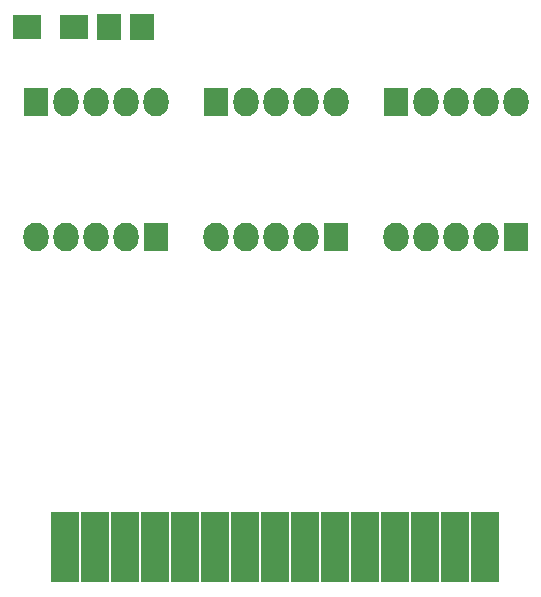
<source format=gts>
%TF.GenerationSoftware,KiCad,Pcbnew,4.0.2+dfsg1-stable*%
%TF.CreationDate,2019-04-14T23:19:02+02:00*%
%TF.ProjectId,CART-Breakout,434152542D427265616B6F75742E6B69,rev?*%
%TF.FileFunction,Soldermask,Top*%
%FSLAX46Y46*%
G04 Gerber Fmt 4.6, Leading zero omitted, Abs format (unit mm)*
G04 Created by KiCad (PCBNEW 4.0.2+dfsg1-stable) date Sun 14 Apr 2019 23:19:02 CEST*
%MOMM*%
G01*
G04 APERTURE LIST*
%ADD10C,0.100000*%
%ADD11R,2.330400X5.988000*%
%ADD12R,1.997660X2.200860*%
%ADD13R,2.127200X2.432000*%
%ADD14O,2.127200X2.432000*%
%ADD15R,2.400000X2.100000*%
G04 APERTURE END LIST*
D10*
D11*
X168830000Y-115152000D03*
X166290000Y-115152000D03*
X163750000Y-115152000D03*
X161210000Y-115152000D03*
X158670000Y-115152000D03*
X156130000Y-115152000D03*
X153590000Y-115152000D03*
X151050000Y-115152000D03*
X148510000Y-115152000D03*
X145970000Y-115152000D03*
X143430000Y-115152000D03*
X140890000Y-115152000D03*
X138350000Y-115152000D03*
X135810000Y-115152000D03*
X133270000Y-115152000D03*
D12*
X137010140Y-71120000D03*
X139849860Y-71120000D03*
D13*
X161290000Y-77470000D03*
D14*
X163830000Y-77470000D03*
X166370000Y-77470000D03*
X168910000Y-77470000D03*
X171450000Y-77470000D03*
D13*
X146050000Y-77470000D03*
D14*
X148590000Y-77470000D03*
X151130000Y-77470000D03*
X153670000Y-77470000D03*
X156210000Y-77470000D03*
D13*
X130810000Y-77470000D03*
D14*
X133350000Y-77470000D03*
X135890000Y-77470000D03*
X138430000Y-77470000D03*
X140970000Y-77470000D03*
D13*
X140970000Y-88900000D03*
D14*
X138430000Y-88900000D03*
X135890000Y-88900000D03*
X133350000Y-88900000D03*
X130810000Y-88900000D03*
D13*
X156210000Y-88900000D03*
D14*
X153670000Y-88900000D03*
X151130000Y-88900000D03*
X148590000Y-88900000D03*
X146050000Y-88900000D03*
D13*
X171450000Y-88900000D03*
D14*
X168910000Y-88900000D03*
X166370000Y-88900000D03*
X163830000Y-88900000D03*
X161290000Y-88900000D03*
D15*
X130080000Y-71120000D03*
X134080000Y-71120000D03*
M02*

</source>
